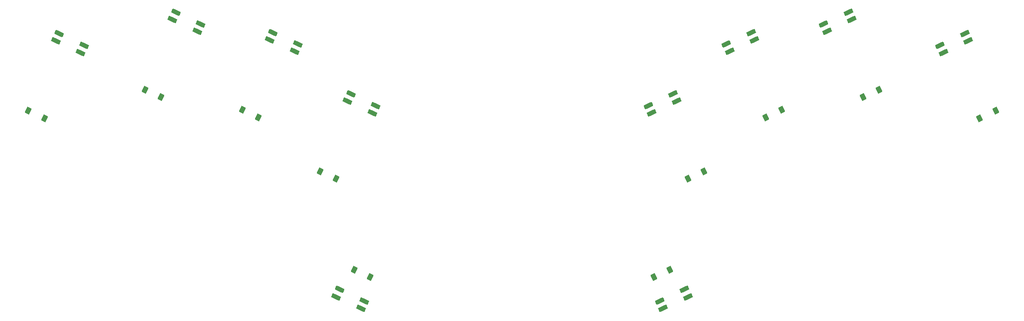
<source format=gbp>
%TF.GenerationSoftware,KiCad,Pcbnew,7.0.5*%
%TF.CreationDate,2023-06-04T15:55:19-04:00*%
%TF.ProjectId,epsilon-kb,65707369-6c6f-46e2-9d6b-622e6b696361,rev?*%
%TF.SameCoordinates,Original*%
%TF.FileFunction,Paste,Bot*%
%TF.FilePolarity,Positive*%
%FSLAX46Y46*%
G04 Gerber Fmt 4.6, Leading zero omitted, Abs format (unit mm)*
G04 Created by KiCad (PCBNEW 7.0.5) date 2023-06-04 15:55:19*
%MOMM*%
%LPD*%
G01*
G04 APERTURE LIST*
G04 Aperture macros list*
%AMRoundRect*
0 Rectangle with rounded corners*
0 $1 Rounding radius*
0 $2 $3 $4 $5 $6 $7 $8 $9 X,Y pos of 4 corners*
0 Add a 4 corners polygon primitive as box body*
4,1,4,$2,$3,$4,$5,$6,$7,$8,$9,$2,$3,0*
0 Add four circle primitives for the rounded corners*
1,1,$1+$1,$2,$3*
1,1,$1+$1,$4,$5*
1,1,$1+$1,$6,$7*
1,1,$1+$1,$8,$9*
0 Add four rect primitives between the rounded corners*
20,1,$1+$1,$2,$3,$4,$5,0*
20,1,$1+$1,$4,$5,$6,$7,0*
20,1,$1+$1,$6,$7,$8,$9,0*
20,1,$1+$1,$8,$9,$2,$3,0*%
%AMRotRect*
0 Rectangle, with rotation*
0 The origin of the aperture is its center*
0 $1 length*
0 $2 width*
0 $3 Rotation angle, in degrees counterclockwise*
0 Add horizontal line*
21,1,$1,$2,0,0,$3*%
G04 Aperture macros list end*
%ADD10RotRect,1.700000X0.820000X205.000000*%
%ADD11RoundRect,0.205000X0.497932X0.458382X-0.671205X-0.086796X-0.497932X-0.458382X0.671205X0.086796X0*%
%ADD12RotRect,0.900000X1.200000X25.000000*%
%ADD13RotRect,1.700000X0.820000X155.000000*%
%ADD14RoundRect,0.205000X0.671205X-0.086796X-0.497932X0.458382X-0.671205X0.086796X0.497932X-0.458382X0*%
%ADD15RotRect,0.900000X1.200000X155.000000*%
G04 APERTURE END LIST*
D10*
%TO.C,D10*%
X182754478Y-117316904D03*
X182120550Y-115957443D03*
D11*
X177498380Y-118112796D03*
D10*
X178132308Y-119472257D03*
%TD*%
%TO.C,D6*%
X195138025Y-69338155D03*
X194504097Y-67978694D03*
D11*
X189881927Y-70134047D03*
D10*
X190515855Y-71493508D03*
%TD*%
D12*
%TO.C,D20*%
X176412275Y-113654054D03*
X179403091Y-112259414D03*
%TD*%
D13*
%TO.C,D3*%
X109484146Y-71493508D03*
X110118074Y-70134047D03*
D14*
X105495904Y-67978694D03*
D13*
X104861976Y-69338155D03*
%TD*%
%TO.C,D9*%
X121867692Y-119472256D03*
X122501620Y-118112795D03*
D14*
X117879450Y-115957442D03*
D13*
X117245522Y-117316903D03*
%TD*%
D15*
%TO.C,D11*%
X62940222Y-83994436D03*
X59949406Y-82599796D03*
%TD*%
D13*
%TO.C,D4*%
X124001558Y-82952445D03*
X124635486Y-81592984D03*
D14*
X120013316Y-79437631D03*
D13*
X119379388Y-80797092D03*
%TD*%
D15*
%TO.C,D19*%
X123587724Y-113654054D03*
X120596908Y-112259414D03*
%TD*%
D12*
%TO.C,D18*%
X237059778Y-83994436D03*
X240050594Y-82599796D03*
%TD*%
D10*
%TO.C,D7*%
X213247693Y-65582835D03*
X212613765Y-64223374D03*
D11*
X207991595Y-66378727D03*
D10*
X208625523Y-67738188D03*
%TD*%
D13*
%TO.C,D1*%
X69672552Y-71686483D03*
X70306480Y-70327022D03*
D14*
X65684310Y-68171669D03*
D13*
X65050382Y-69531130D03*
%TD*%
D15*
%TO.C,D14*%
X117269225Y-95260399D03*
X114278409Y-93865759D03*
%TD*%
D10*
%TO.C,D5*%
X180620612Y-80797092D03*
X179986684Y-79437631D03*
D11*
X175364514Y-81592984D03*
D10*
X175998442Y-82952445D03*
%TD*%
D12*
%TO.C,D15*%
X182730774Y-95260398D03*
X185721590Y-93865758D03*
%TD*%
D10*
%TO.C,D8*%
X234949616Y-69531130D03*
X234315688Y-68171669D03*
D11*
X229693518Y-70327022D03*
D10*
X230327446Y-71686483D03*
%TD*%
D12*
%TO.C,D17*%
X215357853Y-80046140D03*
X218348669Y-78651500D03*
%TD*%
D15*
%TO.C,D13*%
X102751813Y-83801462D03*
X99760997Y-82406822D03*
%TD*%
D13*
%TO.C,D2*%
X91374478Y-67738187D03*
X92008406Y-66378726D03*
D14*
X87386236Y-64223373D03*
D13*
X86752308Y-65582834D03*
%TD*%
D12*
%TO.C,D16*%
X197248188Y-83801461D03*
X200239004Y-82406821D03*
%TD*%
D15*
%TO.C,D12*%
X84642145Y-80046140D03*
X81651329Y-78651500D03*
%TD*%
M02*

</source>
